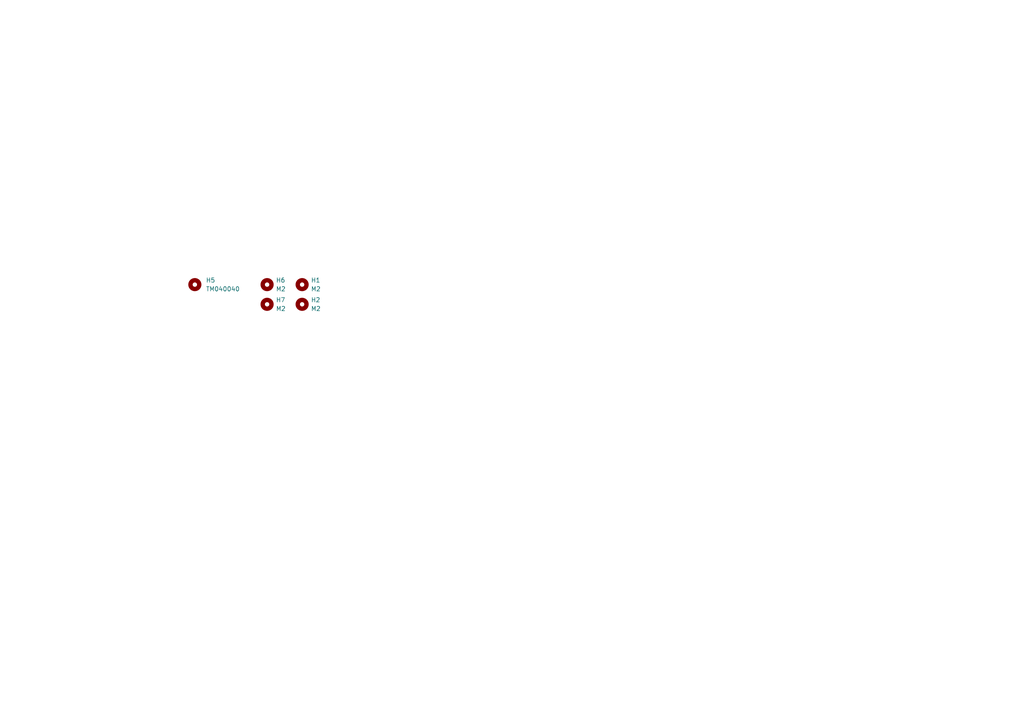
<source format=kicad_sch>
(kicad_sch (version 20250114) (generator "eeschema") (generator_version "9.0")
  (paper "A4")
  (lib_symbols
    (symbol "Mechanical:MountingHole" (pin_names (offset 1.016))
      (property "Reference" "H" (at 0 5.08 0))
      (property "Value" "MountingHole" (at 0 3.175 0))
      (symbol "MountingHole_0_1"
        (circle (center 0 0) (radius 1.27) (stroke (width 1.27)))
      )
    )
  )
  (symbol (lib_id "Mechanical:MountingHole") (at 77.47 88.265 0) (unit 1)
    (property "Reference" "H7" (at 80.01 86.995 0) (effects (justify left)))
    (property "Value" "M2" (at 80.01 89.535 0) (effects (justify left)))
    (property "Footprint" "MountingHole:MountingHole_2.2mm_M2" (effects (hide yes)))
  )
  (symbol (lib_id "Mechanical:MountingHole") (at 87.63 82.55 0) (unit 1)
    (property "Reference" "H1" (at 90.17 81.28 0) (effects (justify left)))
    (property "Value" "M2" (at 90.17 83.82 0) (effects (justify left)))
    (property "Footprint" "MountingHole:MountingHole_2.2mm_M2" (effects (hide yes)))
  )
  (symbol (lib_id "Mechanical:MountingHole") (at 87.63 88.265 0) (unit 1)
    (property "Reference" "H2" (at 90.17 86.995 0) (effects (justify left)))
    (property "Value" "M2" (at 90.17 89.535 0) (effects (justify left)))
    (property "Footprint" "MountingHole:MountingHole_2.2mm_M2" (effects (hide yes)))
  )
  (symbol (lib_id "Mechanical:MountingHole") (at 77.47 82.55 0) (unit 1)
    (property "Reference" "H6" (at 80.01 81.28 0) (effects (justify left)))
    (property "Value" "M2" (at 80.01 83.82 0) (effects (justify left)))
    (property "Footprint" "MountingHole:MountingHole_2.2mm_M2" (effects (hide yes)))
  )
  (symbol (lib_id "Mechanical:MountingHole") (at 56.515 82.55 0) (unit 1)
    (property "Reference" "H5" (at 59.69 81.28 0) (effects (justify left)))
    (property "Value" "TM040040" (at 59.69 83.82 0) (effects (justify left)))
    (property "Footprint" "DreaM117er-keebLibrary:Trackpad_Cirque_TM040040" (effects (hide yes)))
  )
)
</source>
